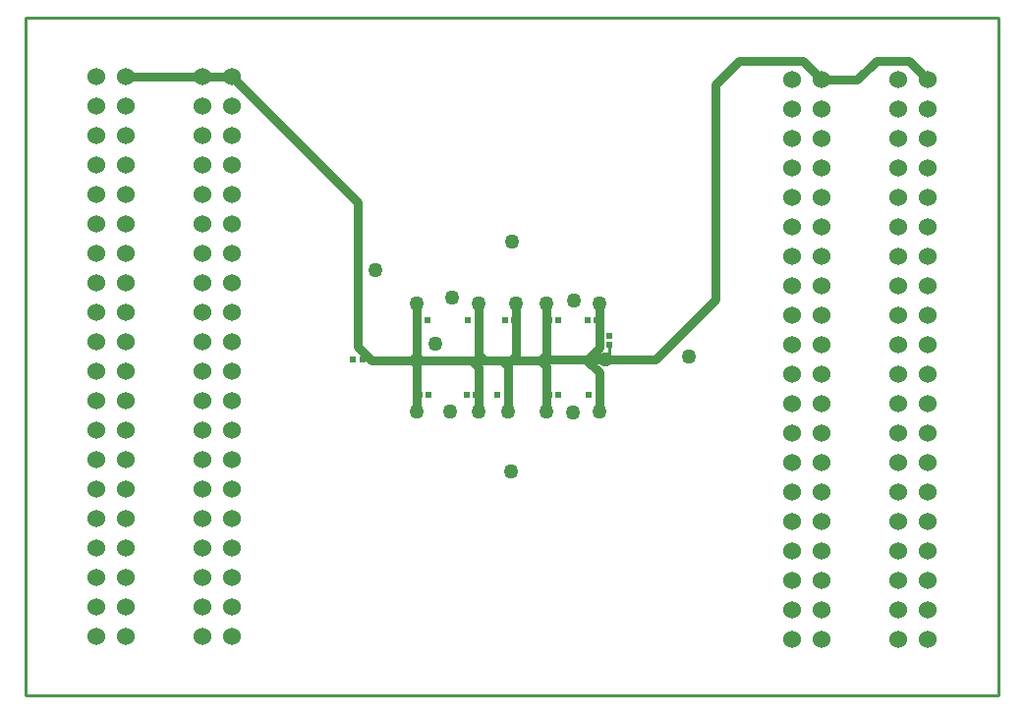
<source format=gbl>
%FSLAX25Y25*%
%MOIN*%
G70*
G01*
G75*
G04 Layer_Physical_Order=2*
G04 Layer_Color=16711680*
%ADD10O,0.01772X0.08268*%
%ADD11O,0.08268X0.01772*%
%ADD12C,0.01000*%
%ADD13C,0.06000*%
%ADD14C,0.05000*%
%ADD15R,0.02047X0.02047*%
%ADD16R,0.02047X0.02047*%
%ADD17C,0.03000*%
D12*
X28000Y500D02*
Y3925D01*
X-170000Y-115000D02*
Y115000D01*
Y-115000D02*
X160000D01*
Y115000D01*
X-170000D02*
X160000D01*
D13*
X136000Y-96000D02*
D03*
X126000D02*
D03*
X136000Y-86000D02*
D03*
X126000D02*
D03*
X136000Y-76000D02*
D03*
X126000D02*
D03*
X136000Y-66000D02*
D03*
X126000D02*
D03*
X136000Y-56000D02*
D03*
X126000D02*
D03*
X136000Y-46000D02*
D03*
X126000D02*
D03*
X136000Y-36000D02*
D03*
X126000D02*
D03*
X136000Y-26000D02*
D03*
X126000D02*
D03*
X136000Y-16000D02*
D03*
X126000D02*
D03*
X136000Y-6000D02*
D03*
X126000D02*
D03*
X136000Y4000D02*
D03*
X126000D02*
D03*
X136000Y14000D02*
D03*
X126000D02*
D03*
X136000Y24000D02*
D03*
X126000D02*
D03*
X136000Y34000D02*
D03*
X126000D02*
D03*
X136000Y44000D02*
D03*
X126000D02*
D03*
X136000Y54000D02*
D03*
X126000D02*
D03*
X136000Y64000D02*
D03*
X126000D02*
D03*
X136000Y74000D02*
D03*
X126000D02*
D03*
X136000Y84000D02*
D03*
X126000D02*
D03*
X136000Y94000D02*
D03*
X126000D02*
D03*
X100000Y-96000D02*
D03*
X90000D02*
D03*
X100000Y-86000D02*
D03*
X90000D02*
D03*
X100000Y-76000D02*
D03*
X90000D02*
D03*
X100000Y-66000D02*
D03*
X90000D02*
D03*
X100000Y-56000D02*
D03*
X90000D02*
D03*
X100000Y-46000D02*
D03*
X90000D02*
D03*
X100000Y-36000D02*
D03*
X90000D02*
D03*
X100000Y-26000D02*
D03*
X90000D02*
D03*
X100000Y-16000D02*
D03*
X90000D02*
D03*
X100000Y-6000D02*
D03*
X90000D02*
D03*
X100000Y4000D02*
D03*
X90000D02*
D03*
X100000Y14000D02*
D03*
X90000D02*
D03*
X100000Y24000D02*
D03*
X90000D02*
D03*
X100000Y34000D02*
D03*
X90000D02*
D03*
X100000Y44000D02*
D03*
X90000D02*
D03*
X100000Y54000D02*
D03*
X90000D02*
D03*
X100000Y64000D02*
D03*
X90000D02*
D03*
X100000Y74000D02*
D03*
X90000D02*
D03*
X100000Y84000D02*
D03*
X90000D02*
D03*
X100000Y94000D02*
D03*
X90000D02*
D03*
X-136000Y-95000D02*
D03*
X-146000D02*
D03*
X-136000Y-85000D02*
D03*
X-146000D02*
D03*
X-136000Y-75000D02*
D03*
X-146000D02*
D03*
X-136000Y-65000D02*
D03*
X-146000D02*
D03*
X-136000Y-55000D02*
D03*
X-146000D02*
D03*
X-136000Y-45000D02*
D03*
X-146000D02*
D03*
X-136000Y-35000D02*
D03*
X-146000D02*
D03*
X-136000Y-25000D02*
D03*
X-146000D02*
D03*
X-136000Y-15000D02*
D03*
X-146000D02*
D03*
X-136000Y-5000D02*
D03*
X-146000D02*
D03*
X-136000Y5000D02*
D03*
X-146000D02*
D03*
X-136000Y15000D02*
D03*
X-146000D02*
D03*
X-136000Y25000D02*
D03*
X-146000D02*
D03*
X-136000Y35000D02*
D03*
X-146000D02*
D03*
X-136000Y45000D02*
D03*
X-146000D02*
D03*
X-136000Y55000D02*
D03*
X-146000D02*
D03*
X-136000Y65000D02*
D03*
X-146000D02*
D03*
X-136000Y75000D02*
D03*
X-146000D02*
D03*
X-136000Y85000D02*
D03*
X-146000D02*
D03*
X-136000Y95000D02*
D03*
X-146000D02*
D03*
X-100000Y-95000D02*
D03*
X-110000D02*
D03*
X-100000Y-85000D02*
D03*
X-110000D02*
D03*
X-100000Y-75000D02*
D03*
X-110000D02*
D03*
X-100000Y-65000D02*
D03*
X-110000D02*
D03*
X-100000Y-55000D02*
D03*
X-110000D02*
D03*
X-100000Y-45000D02*
D03*
X-110000D02*
D03*
X-100000Y-35000D02*
D03*
X-110000D02*
D03*
X-100000Y-25000D02*
D03*
X-110000D02*
D03*
X-100000Y-15000D02*
D03*
X-110000D02*
D03*
X-100000Y-5000D02*
D03*
X-110000D02*
D03*
X-100000Y5000D02*
D03*
X-110000D02*
D03*
X-100000Y15000D02*
D03*
X-110000D02*
D03*
X-100000Y25000D02*
D03*
X-110000D02*
D03*
X-100000Y35000D02*
D03*
X-110000D02*
D03*
X-100000Y45000D02*
D03*
X-110000D02*
D03*
X-100000Y55000D02*
D03*
X-110000D02*
D03*
X-100000Y65000D02*
D03*
X-110000D02*
D03*
X-100000Y75000D02*
D03*
X-110000D02*
D03*
X-100000Y85000D02*
D03*
X-110000D02*
D03*
X-100000Y95000D02*
D03*
X-110000D02*
D03*
D14*
X-37500Y-18500D02*
D03*
Y18000D02*
D03*
Y-1300D02*
D03*
X-16516Y17984D02*
D03*
X-3720Y18220D02*
D03*
X6516Y18016D02*
D03*
X24429Y18071D02*
D03*
X-16500Y-18500D02*
D03*
X-6280Y-18620D02*
D03*
X6516Y-18616D02*
D03*
X24429Y-18629D02*
D03*
X26500Y-1000D02*
D03*
X-31000Y4500D02*
D03*
X-26000Y-18500D02*
D03*
X-5500Y-39000D02*
D03*
X15500Y-19000D02*
D03*
X55000Y0D02*
D03*
X16000Y19000D02*
D03*
X-5000Y39000D02*
D03*
X-25500Y20000D02*
D03*
X-51331Y29500D02*
D03*
D15*
X-55925Y-1000D02*
D03*
X-59075D02*
D03*
X-37075Y12500D02*
D03*
X-33925D02*
D03*
X-16925D02*
D03*
X-20075D02*
D03*
X-4425D02*
D03*
X-7575D02*
D03*
X7425D02*
D03*
X10575D02*
D03*
X23575D02*
D03*
X20425D02*
D03*
X-36575Y-13000D02*
D03*
X-33425D02*
D03*
X-17425D02*
D03*
X-20575D02*
D03*
X-6925D02*
D03*
X-10075D02*
D03*
X7425D02*
D03*
X10575D02*
D03*
X24075D02*
D03*
X20925D02*
D03*
D16*
X28000Y3925D02*
D03*
Y7075D02*
D03*
D17*
X-136000Y95000D02*
X-110000D01*
X-100000D01*
X-57500Y52500D01*
X-37500Y-18500D02*
Y-1300D01*
Y18000D01*
X-3720Y500D02*
Y18220D01*
X-16516Y716D02*
Y17984D01*
Y716D02*
X-14500Y-1300D01*
X-37500D02*
X-18700D01*
X-16500Y-18500D02*
Y-3500D01*
X-18700Y-1300D02*
X-16500Y-3500D01*
X-6280Y-18620D02*
Y-3320D01*
X-8300Y-1300D02*
X-6280Y-3320D01*
X-18700Y-1300D02*
X-14500D01*
X-8300D01*
X6516Y-18616D02*
Y-3216D01*
Y616D02*
Y18016D01*
X-5520Y-1300D02*
X-3720Y500D01*
X-8300Y-1300D02*
X-5520D01*
X4600D01*
X-57500Y3500D02*
Y52500D01*
Y3500D02*
X-52700Y-1300D01*
X-37500D01*
X4600D02*
X6516Y-3216D01*
X4600Y-1300D02*
X4900Y-1000D01*
X6516Y616D01*
X20500Y-1000D02*
X24429Y2929D01*
Y18071D01*
X4900Y-1000D02*
X20500D01*
X26500D01*
X20500Y-1500D02*
Y-1000D01*
Y-1500D02*
X24429Y-5429D01*
Y-18629D02*
Y-5429D01*
X64000Y92500D02*
X72000Y100500D01*
X93500D01*
X100000Y94000D01*
X112000D01*
X118500Y100500D01*
X129500D01*
X136000Y94000D01*
X26500Y-1000D02*
X43500D01*
X64000Y19500D01*
Y92500D01*
M02*

</source>
